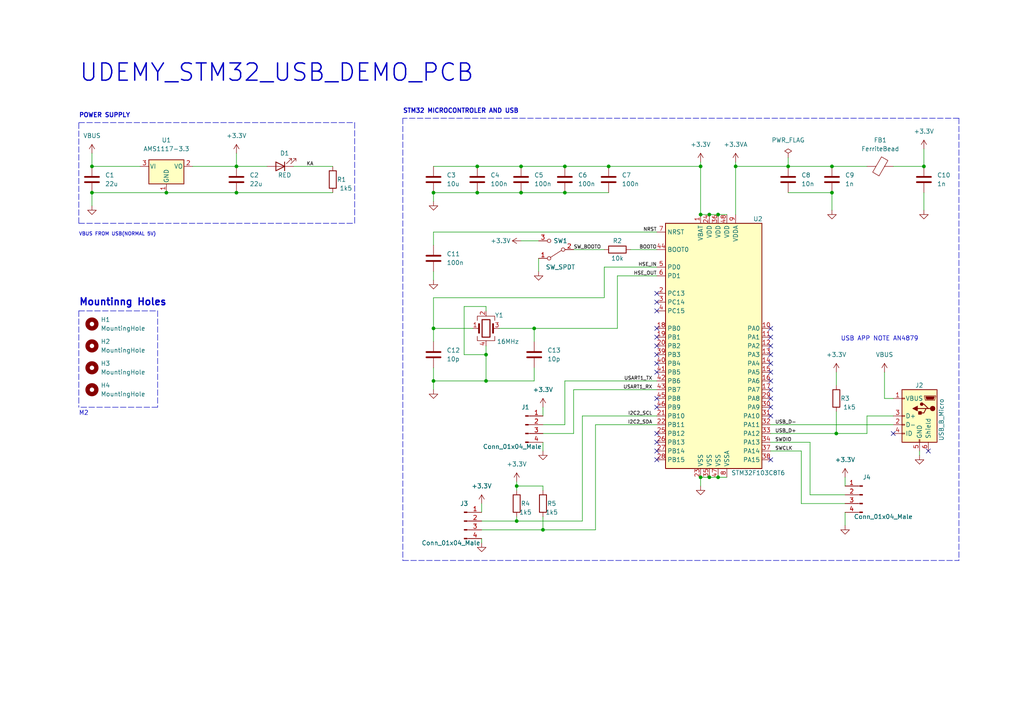
<source format=kicad_sch>
(kicad_sch (version 20211123) (generator eeschema)
  (paper "A4")
  (title_block (title "U_STM32_USB_DEMO_PCB") (date "2022-10-08") (rev "0.1") (company "UDEMY_Course"))
  (lib_symbols
    (symbol "Connector:Conn_01x04_Male" (pin_names (offset 1.016) hide)
      (property "Reference" "J" (at 0 5.08 0))
      (property "Value" "Conn_01x04_Male" (at 0 -7.62 0))
      (symbol "Conn_01x04_Male_1_1"
        (polyline (pts (xy 1.27 -5.08) (xy 0.8636 -5.08)) (stroke (width 0.1524)))
        (polyline (pts (xy 1.27 -2.54) (xy 0.8636 -2.54)) (stroke (width 0.1524)))
        (polyline (pts (xy 1.27 0) (xy 0.8636 0)) (stroke (width 0.1524)))
        (polyline (pts (xy 1.27 2.54) (xy 0.8636 2.54)) (stroke (width 0.1524)))
        (rectangle (start 0.8636 -4.953) (end 0 -5.207) (stroke (width 0.1524)) (fill (type outline)))
        (rectangle (start 0.8636 -2.413) (end 0 -2.667) (stroke (width 0.1524)) (fill (type outline)))
        (rectangle (start 0.8636 0.127) (end 0 -0.127) (stroke (width 0.1524)) (fill (type outline)))
        (rectangle (start 0.8636 2.667) (end 0 2.413) (stroke (width 0.1524)) (fill (type outline)))
        (pin passive line (at 5.08 2.54 180) (length 3.81) (name "Pin_1") (number "1"))
        (pin passive line (at 5.08 0 180) (length 3.81) (name "Pin_2") (number "2"))
        (pin passive line (at 5.08 -2.54 180) (length 3.81) (name "Pin_3") (number "3"))
        (pin passive line (at 5.08 -5.08 180) (length 3.81) (name "Pin_4") (number "4"))
      )
    )
    (symbol "Connector:USB_B_Micro" (pin_names (offset 1.016))
      (property "Reference" "J" (at -5.08 11.43 0))
      (property "Value" "USB_B_Micro" (at -5.08 8.89 0))
      (symbol "USB_B_Micro_0_1"
        (rectangle (start -5.08 -7.62) (end 5.08 7.62) (stroke (width 0.254)) (fill (type background)))
        (circle (center -3.81 2.159) (radius 0.635) (stroke (width 0.254)) (fill (type outline)))
        (circle (center -0.635 3.429) (radius 0.381) (stroke (width 0.254)) (fill (type outline)))
        (rectangle (start -0.127 -7.62) (end 0.127 -6.858))
        (polyline (pts (xy -1.905 2.159) (xy 0.635 2.159)) (stroke (width 0.254)))
        (polyline (pts (xy -3.175 2.159) (xy -2.54 2.159) (xy -1.27 3.429) (xy -0.635 3.429)) (stroke (width 0.254)))
        (polyline (pts (xy -2.54 2.159) (xy -1.905 2.159) (xy -1.27 0.889) (xy 0 0.889)) (stroke (width 0.254)))
        (polyline (pts (xy 0.635 2.794) (xy 0.635 1.524) (xy 1.905 2.159) (xy 0.635 2.794)) (stroke (width 0.254)) (fill (type outline)))
        (polyline (pts (xy -4.318 5.588) (xy -1.778 5.588) (xy -2.032 4.826) (xy -4.064 4.826) (xy -4.318 5.588)) (fill (type outline)))
        (polyline (pts (xy -4.699 5.842) (xy -4.699 5.588) (xy -4.445 4.826) (xy -4.445 4.572) (xy -1.651 4.572) (xy -1.651 4.826) (xy -1.397 5.588) (xy -1.397 5.842) (xy -4.699 5.842)))
        (rectangle (start 0.254 1.27) (end -0.508 0.508) (stroke (width 0.254)) (fill (type outline)))
        (rectangle (start 5.08 -5.207) (end 4.318 -4.953))
        (rectangle (start 5.08 -2.667) (end 4.318 -2.413))
        (rectangle (start 5.08 -0.127) (end 4.318 0.127))
        (rectangle (start 5.08 4.953) (end 4.318 5.207))
      )
      (symbol "USB_B_Micro_1_1"
        (pin power_out line (at 7.62 5.08 180) (length 2.54) (name "VBUS") (number "1"))
        (pin bidirectional line (at 7.62 -2.54 180) (length 2.54) (name "D-") (number "2"))
        (pin bidirectional line (at 7.62 0 180) (length 2.54) (name "D+") (number "3"))
        (pin passive line (at 7.62 -5.08 180) (length 2.54) (name "ID") (number "4"))
        (pin power_out line (at 0 -10.16 90) (length 2.54) (name "GND") (number "5"))
        (pin passive line (at -2.54 -10.16 90) (length 2.54) (name "Shield") (number "6"))
      )
    )
    (symbol "Device:C" (pin_numbers hide) (pin_names (offset 0.254))
      (property "Reference" "C" (at 0.635 2.54 0))
      (property "Value" "C" (at 0.635 -2.54 0))
      (symbol "C_0_1"
        (polyline (pts (xy -2.032 -0.762) (xy 2.032 -0.762)) (stroke (width 0.508)))
        (polyline (pts (xy -2.032 0.762) (xy 2.032 0.762)) (stroke (width 0.508)))
      )
      (symbol "C_1_1"
        (pin passive line (at 0 3.81 270) (length 2.794) (name "~") (number "1"))
        (pin passive line (at 0 -3.81 90) (length 2.794) (name "~") (number "2"))
      )
    )
    (symbol "Device:Crystal_GND24" (pin_names (offset 1.016) hide)
      (property "Reference" "Y" (at 3.175 5.08 0))
      (property "Value" "Crystal_GND24" (at 3.175 3.175 0))
      (symbol "Crystal_GND24_0_1"
        (rectangle (start -1.143 2.54) (end 1.143 -2.54) (stroke (width 0.3048)))
        (polyline (pts (xy -2.54 0) (xy -2.032 0)))
        (polyline (pts (xy -2.032 -1.27) (xy -2.032 1.27)) (stroke (width 0.508)))
        (polyline (pts (xy 0 -3.81) (xy 0 -3.556)))
        (polyline (pts (xy 0 3.556) (xy 0 3.81)))
        (polyline (pts (xy 2.032 -1.27) (xy 2.032 1.27)) (stroke (width 0.508)))
        (polyline (pts (xy 2.032 0) (xy 2.54 0)))
        (polyline (pts (xy -2.54 -2.286) (xy -2.54 -3.556) (xy 2.54 -3.556) (xy 2.54 -2.286)))
        (polyline (pts (xy -2.54 2.286) (xy -2.54 3.556) (xy 2.54 3.556) (xy 2.54 2.286)))
      )
      (symbol "Crystal_GND24_1_1"
        (pin passive line (at -3.81 0 0) (length 1.27) (name "1") (number "1"))
        (pin passive line (at 0 5.08 270) (length 1.27) (name "2") (number "2"))
        (pin passive line (at 3.81 0 180) (length 1.27) (name "3") (number "3"))
        (pin passive line (at 0 -5.08 90) (length 1.27) (name "4") (number "4"))
      )
    )
    (symbol "Device:FerriteBead" (pin_numbers hide) (pin_names (offset 0))
      (property "Reference" "FB" (at -3.81 0.635 90))
      (property "Value" "FerriteBead" (at 3.81 0 90))
      (symbol "FerriteBead_0_1"
        (polyline (pts (xy 0 -1.27) (xy 0 -1.2192)))
        (polyline (pts (xy 0 1.27) (xy 0 1.2954)))
        (polyline (pts (xy -2.7686 0.4064) (xy -1.7018 2.2606) (xy 2.7686 -0.3048) (xy 1.6764 -2.159) (xy -2.7686 0.4064)))
      )
      (symbol "FerriteBead_1_1"
        (pin passive line (at 0 3.81 270) (length 2.54) (name "~") (number "1"))
        (pin passive line (at 0 -3.81 90) (length 2.54) (name "~") (number "2"))
      )
    )
    (symbol "Device:LED" (pin_numbers hide) (pin_names (offset 1.016) hide)
      (property "Reference" "D" (at 0 2.54 0))
      (property "Value" "LED" (at 0 -2.54 0))
      (symbol "LED_0_1"
        (polyline (pts (xy -1.27 -1.27) (xy -1.27 1.27)) (stroke (width 0.254)))
        (polyline (pts (xy -1.27 0) (xy 1.27 0)))
        (polyline (pts (xy 1.27 -1.27) (xy 1.27 1.27) (xy -1.27 0) (xy 1.27 -1.27)) (stroke (width 0.254)))
        (polyline (pts (xy -3.048 -0.762) (xy -4.572 -2.286) (xy -3.81 -2.286) (xy -4.572 -2.286) (xy -4.572 -1.524)))
        (polyline (pts (xy -1.778 -0.762) (xy -3.302 -2.286) (xy -2.54 -2.286) (xy -3.302 -2.286) (xy -3.302 -1.524)))
      )
      (symbol "LED_1_1"
        (pin passive line (at -3.81 0 0) (length 2.54) (name "K") (number "1"))
        (pin passive line (at 3.81 0 180) (length 2.54) (name "A") (number "2"))
      )
    )
    (symbol "Device:R" (pin_numbers hide) (pin_names (offset 0))
      (property "Reference" "R" (at 2.032 0 90))
      (property "Value" "R" (at 0 0 90))
      (symbol "R_0_1"
        (rectangle (start -1.016 -2.54) (end 1.016 2.54) (stroke (width 0.254)))
      )
      (symbol "R_1_1"
        (pin passive line (at 0 3.81 270) (length 1.27) (name "~") (number "1"))
        (pin passive line (at 0 -3.81 90) (length 1.27) (name "~") (number "2"))
      )
    )
    (symbol "MCU_ST_STM32F1:STM32F103C8Tx"
      (property "Reference" "U" (at -15.24 36.83 0))
      (property "Value" "STM32F103C8Tx" (at 7.62 36.83 0))
      (symbol "STM32F103C8Tx_0_1"
        (rectangle (start -15.24 -35.56) (end 12.7 35.56) (stroke (width 0.254)) (fill (type background)))
      )
      (symbol "STM32F103C8Tx_1_1"
        (pin power_in line (at -5.08 38.1 270) (length 2.54) (name "VBAT") (number "1"))
        (pin bidirectional line (at 15.24 5.08 180) (length 2.54) (name "PA0") (number "10"))
        (pin bidirectional line (at 15.24 2.54 180) (length 2.54) (name "PA1") (number "11"))
        (pin bidirectional line (at 15.24 0 180) (length 2.54) (name "PA2") (number "12"))
        (pin bidirectional line (at 15.24 -2.54 180) (length 2.54) (name "PA3") (number "13"))
        (pin bidirectional line (at 15.24 -5.08 180) (length 2.54) (name "PA4") (number "14"))
        (pin bidirectional line (at 15.24 -7.62 180) (length 2.54) (name "PA5") (number "15"))
        (pin bidirectional line (at 15.24 -10.16 180) (length 2.54) (name "PA6") (number "16"))
        (pin bidirectional line (at 15.24 -12.7 180) (length 2.54) (name "PA7") (number "17"))
        (pin bidirectional line (at -17.78 5.08 0) (length 2.54) (name "PB0") (number "18"))
        (pin bidirectional line (at -17.78 2.54 0) (length 2.54) (name "PB1") (number "19"))
        (pin bidirectional line (at -17.78 15.24 0) (length 2.54) (name "PC13") (number "2"))
        (pin bidirectional line (at -17.78 0 0) (length 2.54) (name "PB2") (number "20"))
        (pin bidirectional line (at -17.78 -20.32 0) (length 2.54) (name "PB10") (number "21"))
        (pin bidirectional line (at -17.78 -22.86 0) (length 2.54) (name "PB11") (number "22"))
        (pin power_in line (at -5.08 -38.1 90) (length 2.54) (name "VSS") (number "23"))
        (pin power_in line (at -2.54 38.1 270) (length 2.54) (name "VDD") (number "24"))
        (pin bidirectional line (at -17.78 -25.4 0) (length 2.54) (name "PB12") (number "25"))
        (pin bidirectional line (at -17.78 -27.94 0) (length 2.54) (name "PB13") (number "26"))
        (pin bidirectional line (at -17.78 -30.48 0) (length 2.54) (name "PB14") (number "27"))
        (pin bidirectional line (at -17.78 -33.02 0) (length 2.54) (name "PB15") (number "28"))
        (pin bidirectional line (at 15.24 -15.24 180) (length 2.54) (name "PA8") (number "29"))
        (pin bidirectional line (at -17.78 12.7 0) (length 2.54) (name "PC14") (number "3"))
        (pin bidirectional line (at 15.24 -17.78 180) (length 2.54) (name "PA9") (number "30"))
        (pin bidirectional line (at 15.24 -20.32 180) (length 2.54) (name "PA10") (number "31"))
        (pin bidirectional line (at 15.24 -22.86 180) (length 2.54) (name "PA11") (number "32"))
        (pin bidirectional line (at 15.24 -25.4 180) (length 2.54) (name "PA12") (number "33"))
        (pin bidirectional line (at 15.24 -27.94 180) (length 2.54) (name "PA13") (number "34"))
        (pin power_in line (at -2.54 -38.1 90) (length 2.54) (name "VSS") (number "35"))
        (pin power_in line (at 0 38.1 270) (length 2.54) (name "VDD") (number "36"))
        (pin bidirectional line (at 15.24 -30.48 180) (length 2.54) (name "PA14") (number "37"))
        (pin bidirectional line (at 15.24 -33.02 180) (length 2.54) (name "PA15") (number "38"))
        (pin bidirectional line (at -17.78 -2.54 0) (length 2.54) (name "PB3") (number "39"))
        (pin bidirectional line (at -17.78 10.16 0) (length 2.54) (name "PC15") (number "4"))
        (pin bidirectional line (at -17.78 -5.08 0) (length 2.54) (name "PB4") (number "40"))
        (pin bidirectional line (at -17.78 -7.62 0) (length 2.54) (name "PB5") (number "41"))
        (pin bidirectional line (at -17.78 -10.16 0) (length 2.54) (name "PB6") (number "42"))
        (pin bidirectional line (at -17.78 -12.7 0) (length 2.54) (name "PB7") (number "43"))
        (pin input line (at -17.78 27.94 0) (length 2.54) (name "BOOT0") (number "44"))
        (pin bidirectional line (at -17.78 -15.24 0) (length 2.54) (name "PB8") (number "45"))
        (pin bidirectional line (at -17.78 -17.78 0) (length 2.54) (name "PB9") (number "46"))
        (pin power_in line (at 0 -38.1 90) (length 2.54) (name "VSS") (number "47"))
        (pin power_in line (at 2.54 38.1 270) (length 2.54) (name "VDD") (number "48"))
        (pin input line (at -17.78 22.86 0) (length 2.54) (name "PD0") (number "5"))
        (pin input line (at -17.78 20.32 0) (length 2.54) (name "PD1") (number "6"))
        (pin input line (at -17.78 33.02 0) (length 2.54) (name "NRST") (number "7"))
        (pin power_in line (at 2.54 -38.1 90) (length 2.54) (name "VSSA") (number "8"))
        (pin power_in line (at 5.08 38.1 270) (length 2.54) (name "VDDA") (number "9"))
      )
    )
    (symbol "Mechanical:MountingHole" (pin_names (offset 1.016))
      (property "Reference" "H" (at 0 5.08 0))
      (property "Value" "MountingHole" (at 0 3.175 0))
      (symbol "MountingHole_0_1"
        (circle (center 0 0) (radius 1.27) (stroke (width 1.27)))
      )
    )
    (symbol "Regulator_Linear:AMS1117-3.3" (pin_names (offset 0.254))
      (property "Reference" "U" (at -3.81 3.175 0))
      (property "Value" "AMS1117-3.3" (at 0 3.175 0))
      (symbol "AMS1117-3.3_0_1"
        (rectangle (start -5.08 -5.08) (end 5.08 1.905) (stroke (width 0.254)) (fill (type background)))
      )
      (symbol "AMS1117-3.3_1_1"
        (pin power_in line (at 0 -7.62 90) (length 2.54) (name "GND") (number "1"))
        (pin power_out line (at 7.62 0 180) (length 2.54) (name "VO") (number "2"))
        (pin power_in line (at -7.62 0 0) (length 2.54) (name "VI") (number "3"))
      )
    )
    (symbol "Switch:SW_SPDT" (pin_names (offset 0) hide)
      (property "Reference" "SW" (at 0 4.318 0))
      (property "Value" "SW_SPDT" (at 0 -5.08 0))
      (symbol "SW_SPDT_0_0"
        (circle (center -2.032 0) (radius 0.508))
        (circle (center 2.032 -2.54) (radius 0.508))
      )
      (symbol "SW_SPDT_0_1"
        (polyline (pts (xy -1.524 0.254) (xy 1.651 2.286)))
        (circle (center 2.032 2.54) (radius 0.508))
      )
      (symbol "SW_SPDT_1_1"
        (pin passive line (at 5.08 2.54 180) (length 2.54) (name "A") (number "1"))
        (pin passive line (at -5.08 0 0) (length 2.54) (name "B") (number "2"))
        (pin passive line (at 5.08 -2.54 180) (length 2.54) (name "C") (number "3"))
      )
    )
    (symbol "power:+3.3V" (power) (pin_names (offset 0))
      (property "Value" "+3.3V" (at 0 3.556 0))
      (symbol "+3.3V_0_1"
        (polyline (pts (xy -0.762 1.27) (xy 0 2.54)))
        (polyline (pts (xy 0 0) (xy 0 2.54)))
        (polyline (pts (xy 0 2.54) (xy 0.762 1.27)))
      )
      (symbol "+3.3V_1_1"
        (pin power_in line (at 0 0 90) (length 0) hide (name "+3.3V") (number "1"))
      )
    )
    (symbol "power:+3.3VA" (power) (pin_names (offset 0))
      (property "Value" "+3.3VA" (at 0 3.556 0))
      (symbol "+3.3VA_0_1"
        (polyline (pts (xy -0.762 1.27) (xy 0 2.54)))
        (polyline (pts (xy 0 0) (xy 0 2.54)))
        (polyline (pts (xy 0 2.54) (xy 0.762 1.27)))
      )
      (symbol "+3.3VA_1_1"
        (pin power_in line (at 0 0 90) (length 0) hide (name "+3.3VA") (number "1"))
      )
    )
    (symbol "power:GND" (power) (pin_names (offset 0))
      (property "Value" "GND" (at 0 -3.81 0))
      (symbol "GND_0_1"
        (polyline (pts (xy 0 0) (xy 0 -1.27) (xy 1.27 -1.27) (xy 0 -2.54) (xy -1.27 -1.27) (xy 0 -1.27)))
      )
      (symbol "GND_1_1"
        (pin power_in line (at 0 0 270) (length 0) hide (name "GND") (number "1"))
      )
    )
    (symbol "power:PWR_FLAG" (power) (pin_numbers hide) (pin_names (offset 0) hide)
      (property "Value" "PWR_FLAG" (at 0 3.81 0))
      (symbol "PWR_FLAG_0_0"
        (pin power_out line (at 0 0 90) (length 0) (name "pwr") (number "1"))
      )
      (symbol "PWR_FLAG_0_1"
        (polyline (pts (xy 0 0) (xy 0 1.27) (xy -1.016 1.905) (xy 0 2.54) (xy 1.016 1.905) (xy 0 1.27)))
      )
    )
    (symbol "power:VBUS" (power) (pin_names (offset 0))
      (property "Value" "VBUS" (at 0 3.81 0))
      (symbol "VBUS_0_1"
        (polyline (pts (xy -0.762 1.27) (xy 0 2.54)))
        (polyline (pts (xy 0 0) (xy 0 2.54)))
        (polyline (pts (xy 0 2.54) (xy 0.762 1.27)))
      )
      (symbol "VBUS_1_1"
        (pin power_in line (at 0 0 90) (length 0) hide (name "VBUS") (number "1"))
      )
    )
  )
  (junction (at 241.3 55.88))
  (junction (at 267.97 48.26))
  (junction (at 205.74 62.23))
  (junction (at 151.13 48.26))
  (junction (at 241.3 48.26))
  (junction (at 176.53 48.26))
  (junction (at 140.97 102.87))
  (junction (at 138.43 55.88))
  (junction (at 26.67 55.88))
  (junction (at 26.67 48.26))
  (junction (at 151.13 55.88))
  (junction (at 154.94 95.25))
  (junction (at 125.73 55.88))
  (junction (at 163.83 55.88))
  (junction (at 125.73 110.49))
  (junction (at 140.97 110.49))
  (junction (at 228.6 48.26))
  (junction (at 203.2 62.23))
  (junction (at 203.2 48.26))
  (junction (at 163.83 48.26))
  (junction (at 208.28 138.43))
  (junction (at 125.73 95.25))
  (junction (at 203.2 138.43))
  (junction (at 205.74 138.43))
  (junction (at 157.48 153.67))
  (junction (at 213.36 48.26))
  (junction (at 208.28 62.23))
  (junction (at 149.86 151.13))
  (junction (at 242.57 125.73))
  (junction (at 138.43 48.26))
  (junction (at 68.58 48.26))
  (junction (at 68.58 55.88))
  (junction (at 48.26 55.88))
  (junction (at 149.86 140.97))
  (no_connect (at 223.52 105.41))
  (no_connect (at 190.5 105.41))
  (no_connect (at 190.5 85.09))
  (no_connect (at 223.52 100.33))
  (no_connect (at 223.52 118.11))
  (no_connect (at 223.52 113.03))
  (no_connect (at 223.52 107.95))
  (no_connect (at 269.24 130.81))
  (no_connect (at 190.5 90.17))
  (no_connect (at 223.52 95.25))
  (no_connect (at 190.5 115.57))
  (no_connect (at 190.5 128.27))
  (no_connect (at 190.5 107.95))
  (no_connect (at 190.5 102.87))
  (no_connect (at 190.5 97.79))
  (no_connect (at 223.52 133.35))
  (no_connect (at 190.5 118.11))
  (no_connect (at 190.5 100.33))
  (no_connect (at 223.52 115.57))
  (no_connect (at 223.52 97.79))
  (no_connect (at 259.08 125.73))
  (no_connect (at 190.5 87.63))
  (no_connect (at 190.5 125.73))
  (no_connect (at 190.5 130.81))
  (no_connect (at 223.52 120.65))
  (no_connect (at 190.5 95.25))
  (no_connect (at 223.52 110.49))
  (no_connect (at 223.52 102.87))
  (no_connect (at 190.5 133.35))
  (wire (pts (xy 149.86 149.86) (xy 149.86 151.13)))
  (wire (pts (xy 157.48 153.67) (xy 172.72 153.67)))
  (wire (pts (xy 26.67 44.45) (xy 26.67 48.26)))
  (wire (pts (xy 232.41 146.05) (xy 245.11 146.05)))
  (polyline (pts (xy 45.72 90.17) (xy 45.72 118.11)))
  (wire (pts (xy 125.73 55.88) (xy 125.73 58.42)))
  (wire (pts (xy 175.26 86.36) (xy 125.73 86.36)))
  (wire (pts (xy 241.3 55.88) (xy 241.3 60.96)))
  (wire (pts (xy 149.86 139.7) (xy 149.86 140.97)))
  (wire (pts (xy 228.6 48.26) (xy 213.36 48.26)))
  (wire (pts (xy 213.36 46.99) (xy 213.36 48.26)))
  (wire (pts (xy 68.58 55.88) (xy 96.52 55.88)))
  (wire (pts (xy 213.36 48.26) (xy 213.36 62.23)))
  (wire (pts (xy 166.37 72.39) (xy 175.26 72.39)))
  (wire (pts (xy 139.7 146.05) (xy 139.7 148.59)))
  (polyline (pts (xy 278.13 34.29) (xy 278.13 162.56)))
  (wire (pts (xy 203.2 138.43) (xy 205.74 138.43)))
  (wire (pts (xy 241.3 48.26) (xy 251.46 48.26)))
  (wire (pts (xy 157.48 140.97) (xy 149.86 140.97)))
  (wire (pts (xy 140.97 102.87) (xy 140.97 110.49)))
  (wire (pts (xy 139.7 153.67) (xy 157.48 153.67)))
  (wire (pts (xy 125.73 78.74) (xy 125.73 81.28)))
  (wire (pts (xy 140.97 110.49) (xy 154.94 110.49)))
  (wire (pts (xy 166.37 113.03) (xy 166.37 125.73)))
  (wire (pts (xy 149.86 140.97) (xy 149.86 142.24)))
  (wire (pts (xy 137.16 95.25) (xy 125.73 95.25)))
  (polyline (pts (xy 102.87 35.56) (xy 102.87 64.77)))
  (wire (pts (xy 234.95 143.51) (xy 245.11 143.51)))
  (wire (pts (xy 144.78 95.25) (xy 154.94 95.25)))
  (wire (pts (xy 223.52 123.19) (xy 259.08 123.19)))
  (wire (pts (xy 267.97 55.88) (xy 267.97 60.96)))
  (wire (pts (xy 151.13 48.26) (xy 163.83 48.26)))
  (wire (pts (xy 190.5 110.49) (xy 163.83 110.49)))
  (polyline (pts (xy 45.72 118.11) (xy 22.86 118.11)))
  (polyline (pts (xy 22.86 90.17) (xy 45.72 90.17)))
  (wire (pts (xy 154.94 106.68) (xy 154.94 110.49)))
  (wire (pts (xy 168.91 151.13) (xy 168.91 120.65)))
  (wire (pts (xy 156.21 74.93) (xy 156.21 78.74)))
  (wire (pts (xy 125.73 106.68) (xy 125.73 110.49)))
  (wire (pts (xy 228.6 55.88) (xy 241.3 55.88)))
  (wire (pts (xy 256.54 115.57) (xy 259.08 115.57)))
  (wire (pts (xy 68.58 44.45) (xy 68.58 48.26)))
  (wire (pts (xy 251.46 120.65) (xy 259.08 120.65)))
  (wire (pts (xy 228.6 48.26) (xy 241.3 48.26)))
  (wire (pts (xy 245.11 138.43) (xy 245.11 140.97)))
  (polyline (pts (xy 116.84 162.56) (xy 278.13 162.56)))
  (wire (pts (xy 139.7 156.21) (xy 139.7 157.48)))
  (wire (pts (xy 266.7 130.81) (xy 266.7 132.08)))
  (wire (pts (xy 190.5 77.47) (xy 175.26 77.47)))
  (wire (pts (xy 242.57 119.38) (xy 242.57 125.73)))
  (wire (pts (xy 190.5 113.03) (xy 166.37 113.03)))
  (wire (pts (xy 68.58 48.26) (xy 77.47 48.26)))
  (wire (pts (xy 228.6 45.72) (xy 228.6 48.26)))
  (polyline (pts (xy 116.84 34.29) (xy 116.84 162.56)))
  (wire (pts (xy 245.11 148.59) (xy 245.11 152.4)))
  (wire (pts (xy 166.37 125.73) (xy 157.48 125.73)))
  (wire (pts (xy 267.97 43.18) (xy 267.97 48.26)))
  (wire (pts (xy 163.83 48.26) (xy 176.53 48.26)))
  (wire (pts (xy 179.07 95.25) (xy 154.94 95.25)))
  (wire (pts (xy 242.57 107.95) (xy 242.57 111.76)))
  (wire (pts (xy 157.48 149.86) (xy 157.48 153.67)))
  (wire (pts (xy 208.28 138.43) (xy 210.82 138.43)))
  (wire (pts (xy 163.83 55.88) (xy 176.53 55.88)))
  (wire (pts (xy 151.13 69.85) (xy 156.21 69.85)))
  (wire (pts (xy 26.67 55.88) (xy 26.67 59.69)))
  (wire (pts (xy 205.74 62.23) (xy 208.28 62.23)))
  (wire (pts (xy 125.73 71.12) (xy 125.73 67.31)))
  (wire (pts (xy 203.2 48.26) (xy 203.2 62.23)))
  (wire (pts (xy 125.73 110.49) (xy 140.97 110.49)))
  (wire (pts (xy 125.73 95.25) (xy 125.73 99.06)))
  (wire (pts (xy 138.43 48.26) (xy 151.13 48.26)))
  (wire (pts (xy 149.86 151.13) (xy 168.91 151.13)))
  (wire (pts (xy 157.48 128.27) (xy 157.48 130.81)))
  (wire (pts (xy 55.88 48.26) (xy 68.58 48.26)))
  (wire (pts (xy 182.88 72.39) (xy 190.5 72.39)))
  (polyline (pts (xy 278.13 34.29) (xy 116.84 34.29)))
  (wire (pts (xy 157.48 142.24) (xy 157.48 140.97)))
  (wire (pts (xy 140.97 102.87) (xy 140.97 100.33)))
  (wire (pts (xy 234.95 128.27) (xy 234.95 143.51)))
  (wire (pts (xy 205.74 138.43) (xy 208.28 138.43)))
  (polyline (pts (xy 22.86 90.17) (xy 22.86 118.11)))
  (wire (pts (xy 223.52 128.27) (xy 234.95 128.27)))
  (wire (pts (xy 168.91 120.65) (xy 190.5 120.65)))
  (wire (pts (xy 256.54 107.95) (xy 256.54 115.57)))
  (wire (pts (xy 140.97 90.17) (xy 140.97 88.9)))
  (wire (pts (xy 242.57 125.73) (xy 251.46 125.73)))
  (wire (pts (xy 151.13 55.88) (xy 163.83 55.88)))
  (wire (pts (xy 208.28 62.23) (xy 210.82 62.23)))
  (wire (pts (xy 125.73 67.31) (xy 190.5 67.31)))
  (wire (pts (xy 203.2 46.99) (xy 203.2 48.26)))
  (wire (pts (xy 251.46 125.73) (xy 251.46 120.65)))
  (wire (pts (xy 125.73 55.88) (xy 138.43 55.88)))
  (wire (pts (xy 125.73 48.26) (xy 138.43 48.26)))
  (wire (pts (xy 232.41 130.81) (xy 232.41 146.05)))
  (wire (pts (xy 85.09 48.26) (xy 96.52 48.26)))
  (wire (pts (xy 154.94 95.25) (xy 154.94 99.06)))
  (wire (pts (xy 259.08 48.26) (xy 267.97 48.26)))
  (polyline (pts (xy 22.86 64.77) (xy 22.86 35.56)))
  (wire (pts (xy 134.62 102.87) (xy 140.97 102.87)))
  (wire (pts (xy 26.67 48.26) (xy 40.64 48.26)))
  (wire (pts (xy 179.07 80.01) (xy 179.07 95.25)))
  (wire (pts (xy 140.97 88.9) (xy 134.62 88.9)))
  (wire (pts (xy 190.5 80.01) (xy 179.07 80.01)))
  (wire (pts (xy 125.73 86.36) (xy 125.73 95.25)))
  (wire (pts (xy 138.43 55.88) (xy 151.13 55.88)))
  (wire (pts (xy 175.26 77.47) (xy 175.26 86.36)))
  (wire (pts (xy 203.2 62.23) (xy 205.74 62.23)))
  (wire (pts (xy 48.26 55.88) (xy 68.58 55.88)))
  (wire (pts (xy 223.52 130.81) (xy 232.41 130.81)))
  (wire (pts (xy 163.83 123.19) (xy 157.48 123.19)))
  (polyline (pts (xy 22.86 64.77) (xy 102.87 64.77)))
  (wire (pts (xy 172.72 123.19) (xy 190.5 123.19)))
  (wire (pts (xy 203.2 138.43) (xy 203.2 140.97)))
  (wire (pts (xy 223.52 125.73) (xy 242.57 125.73)))
  (wire (pts (xy 172.72 153.67) (xy 172.72 123.19)))
  (wire (pts (xy 176.53 48.26) (xy 203.2 48.26)))
  (wire (pts (xy 26.67 55.88) (xy 48.26 55.88)))
  (wire (pts (xy 125.73 110.49) (xy 125.73 113.03)))
  (wire (pts (xy 163.83 110.49) (xy 163.83 123.19)))
  (polyline (pts (xy 22.86 35.56) (xy 102.87 35.56)))
  (wire (pts (xy 134.62 88.9) (xy 134.62 102.87)))
  (wire (pts (xy 157.48 118.11) (xy 157.48 120.65)))
  (wire (pts (xy 139.7 151.13) (xy 149.86 151.13)))
  (text "STM32 MICROCONTROLER AND USB" (at 116.84 33.02 0) (effects (font (size 1.27 1.27) bold) (justify left bottom)))
  (text "UDEMY_STM32_USB_DEMO_PCB" (at 22.86 24.13 0) (effects (font (size 5 5) (thickness 0.4) bold) (justify left bottom)))
  (text "Mountinng Holes" (at 22.86 88.9 0) (effects (font (size 2 2) (thickness 0.4) bold) (justify left bottom)))
  (text "USB APP NOTE AN4879" (at 243.84 99.06 0) (effects (font (size 1.27 1.27)) (justify left bottom)))
  (text "POWER SUPPLY" (at 22.86 34.29 0) (effects (font (size 1.27 1.27) (thickness 0.254) bold) (justify left bottom)))
  (text "M2" (at 22.86 120.65 0) (effects (font (size 1.27 1.27)) (justify left bottom)))
  (text "VBUS FROM USB(NORMAL 5V)" (at 22.86 68.58 0) (effects (font (size 1 1)) (justify left bottom)))
  (label "SWCLK" (at 224.79 130.81 0) (effects (font (size 1 1))))
  (label "KA" (at 88.9 48.26 0) (effects (font (size 1 1))))
  (label "USB_D-" (at 224.79 123.19 0) (effects (font (size 1 1))))
  (label "NRST" (at 190.5 67.31 180) (effects (font (size 1 1))))
  (label "USART1_TX" (at 189.23 110.49 180) (effects (font (size 1 1))))
  (label "I2C2_SCL" (at 189.23 120.65 180) (effects (font (size 1 1))))
  (label "SW_BOOTO" (at 166.37 72.39 0) (effects (font (size 1 1))))
  (label "HSE_OUT" (at 190.5 80.01 180) (effects (font (size 1 1))))
  (label "USART1_RX" (at 189.23 113.03 180) (effects (font (size 1 1))))
  (label "USB_D+" (at 224.79 125.73 0) (effects (font (size 1 1))))
  (label "SWDIO" (at 224.79 128.27 0) (effects (font (size 1 1))))
  (label "HSE_IN" (at 190.5 77.47 180) (effects (font (size 1 1))))
  (label "I2C2_SDA" (at 189.23 123.19 180) (effects (font (size 1 1))))
  (label "BOOTO" (at 190.5 72.39 180) (effects (font (size 1 1))))
  (symbol (lib_id "power:+3.3V") (at 242.57 107.95 0) (unit 1)
    (property "Reference" "#PWR0108" (effects hide))
    (property "Value" "+3.3V" (at 242.57 102.87 0))
  )
  (symbol (lib_id "Device:C") (at 176.53 52.07 0) (unit 1)
    (property "Reference" "C7" (at 180.34 50.7999 0) (effects (justify left)))
    (property "Value" "100n" (at 180.34 53.3399 0) (effects (justify left)))
    (property "Footprint" "Capacitor_SMD:C_0402_1005Metric" (effects hide))
  )
  (symbol (lib_id "Device:LED") (at 81.28 48.26 180) (unit 1)
    (property "Reference" "D1" (at 82.55 44.45 0))
    (property "Value" "RED" (at 82.55 50.8 0))
    (property "Footprint" "LED_SMD:LED_0603_1608Metric" (effects hide))
  )
  (symbol (lib_id "power:+3.3V") (at 68.58 44.45 0) (unit 1)
    (property "Reference" "#PWR0115" (effects hide))
    (property "Value" "+3.3V" (at 68.58 39.37 0))
  )
  (symbol (lib_id "power:GND") (at 125.73 58.42 0) (unit 1)
    (property "Reference" "#PWR0111" (effects hide))
    (property "Value" "GND" (effects hide))
  )
  (symbol (lib_id "power:VBUS") (at 26.67 44.45 0) (unit 1)
    (property "Reference" "#PWR0113" (effects hide))
    (property "Value" "VBUS" (at 26.67 39.37 0))
  )
  (symbol (lib_id "power:+3.3V") (at 157.48 118.11 0) (unit 1)
    (property "Reference" "#PWR0105" (effects hide))
    (property "Value" "+3.3V" (at 157.48 113.03 0))
  )
  (symbol (lib_id "Device:C") (at 154.94 102.87 0) (unit 1)
    (property "Reference" "C13" (at 158.75 101.5999 0) (effects (justify left)))
    (property "Value" "10p" (at 158.75 104.1399 0) (effects (justify left)))
    (property "Footprint" "Capacitor_SMD:C_0402_1005Metric" (effects hide))
  )
  (symbol (lib_id "Device:C") (at 26.67 52.07 0) (unit 1)
    (property "Reference" "C1" (at 30.48 50.7999 0) (effects (justify left)))
    (property "Value" "22u" (at 30.48 53.3399 0) (effects (justify left)))
    (property "Footprint" "Capacitor_SMD:C_0805_2012Metric" (effects hide))
  )
  (symbol (lib_id "Device:C") (at 125.73 102.87 0) (unit 1)
    (property "Reference" "C12" (at 129.54 101.5999 0) (effects (justify left)))
    (property "Value" "10p" (at 129.54 104.1399 0) (effects (justify left)))
    (property "Footprint" "Capacitor_SMD:C_0402_1005Metric" (effects hide))
  )
  (symbol (lib_id "Device:Crystal_GND24") (at 140.97 95.25 0) (unit 1)
    (property "Reference" "Y1" (at 144.78 91.44 0))
    (property "Value" "16MHz" (at 147.32 99.06 0))
    (property "Footprint" "Crystal:Crystal_SMD_3225-4Pin_3.2x2.5mm" (effects hide))
  )
  (symbol (lib_id "Mechanical:MountingHole") (at 26.67 100.33 0) (unit 1)
    (property "Reference" "H2" (at 29.21 99.0599 0) (effects (justify left)))
    (property "Value" "MountingHole" (at 29.21 101.5999 0) (effects (justify left)))
    (property "Footprint" "MountingHole:MountingHole_2.2mm_M2" (effects hide))
  )
  (symbol (lib_id "Device:R") (at 96.52 52.07 180) (unit 1)
    (property "Reference" "R1" (at 99.06 52.07 0))
    (property "Value" "1k5" (at 100.33 54.61 0))
    (property "Footprint" "Resistor_SMD:R_0402_1005Metric" (effects hide))
  )
  (symbol (lib_id "power:GND") (at 139.7 157.48 0) (unit 1)
    (property "Reference" "#PWR0116" (effects hide))
    (property "Value" "GND" (effects hide))
  )
  (symbol (lib_id "power:+3.3V") (at 149.86 139.7 0) (unit 1)
    (property "Reference" "#PWR0104" (effects hide))
    (property "Value" "+3.3V" (at 149.86 134.62 0))
  )
  (symbol (lib_id "Device:FerriteBead") (at 255.27 48.26 270) (unit 1)
    (property "Reference" "FB1" (at 255.3208 40.64 90))
    (property "Value" "FerriteBead" (at 255.3208 43.18 90))
    (property "Footprint" "Inductor_SMD:L_0603_1608Metric" (effects hide))
  )
  (symbol (lib_id "Device:C") (at 138.43 52.07 0) (unit 1)
    (property "Reference" "C4" (at 142.24 50.7999 0) (effects (justify left)))
    (property "Value" "100n" (at 142.24 53.3399 0) (effects (justify left)))
    (property "Footprint" "Capacitor_SMD:C_0402_1005Metric" (effects hide))
  )
  (symbol (lib_id "power:+3.3V") (at 139.7 146.05 0) (unit 1)
    (property "Reference" "#PWR0120" (effects hide))
    (property "Value" "+3.3V" (at 139.7 140.97 0))
  )
  (symbol (lib_id "MCU_ST_STM32F1:STM32F103C8Tx") (at 208.28 100.33 0) (unit 1)
    (property "Reference" "U2" (at 218.44 63.5 0) (effects (justify left)))
    (property "Value" "STM32F103C8T6" (at 212.09 137.16 0) (effects (justify left)))
    (property "Footprint" "Package_QFP:LQFP-48_7x7mm_P0.5mm" (effects hide))
    (property "Datasheet" "http://www.st.com/st-web-ui/static/active/en/resource/technical/document/datasheet/CD00161566.pdf" (effects hide))
  )
  (symbol (lib_id "power:VBUS") (at 256.54 107.95 0) (unit 1)
    (property "Reference" "#PWR0107" (effects hide))
    (property "Value" "VBUS" (at 256.54 102.87 0))
  )
  (symbol (lib_id "Device:R") (at 149.86 146.05 180) (unit 1)
    (property "Reference" "R4" (at 152.4 146.05 0))
    (property "Value" "1k5" (at 152.4 148.59 0))
    (property "Footprint" "Resistor_SMD:R_0402_1005Metric" (effects hide))
  )
  (symbol (lib_id "power:GND") (at 125.73 81.28 0) (unit 1)
    (property "Reference" "#PWR0109" (effects hide))
    (property "Value" "GND" (effects hide))
  )
  (symbol (lib_id "Device:C") (at 163.83 52.07 0) (unit 1)
    (property "Reference" "C6" (at 167.64 50.7999 0) (effects (justify left)))
    (property "Value" "100n" (at 167.64 53.3399 0) (effects (justify left)))
    (property "Footprint" "Capacitor_SMD:C_0402_1005Metric" (effects hide))
  )
  (symbol (lib_id "Device:C") (at 125.73 52.07 0) (unit 1)
    (property "Reference" "C3" (at 129.54 50.7999 0) (effects (justify left)))
    (property "Value" "10u" (at 129.54 53.3399 0) (effects (justify left)))
    (property "Footprint" "Capacitor_SMD:C_0603_1608Metric" (effects hide))
  )
  (symbol (lib_id "Device:C") (at 267.97 52.07 0) (unit 1)
    (property "Reference" "C10" (at 271.78 50.7999 0) (effects (justify left)))
    (property "Value" "1n" (at 271.78 53.3399 0) (effects (justify left)))
    (property "Footprint" "Capacitor_SMD:C_0402_1005Metric" (effects hide))
  )
  (symbol (lib_id "power:+3.3V") (at 267.97 43.18 0) (unit 1)
    (property "Reference" "#PWR0124" (effects hide))
    (property "Value" "+3.3V" (at 267.97 38.1 0))
  )
  (symbol (lib_id "power:PWR_FLAG") (at 228.6 45.72 0) (unit 1)
    (property "Reference" "#FLG0101" (effects hide))
    (property "Value" "PWR_FLAG" (at 228.6 40.64 0))
  )
  (symbol (lib_id "power:GND") (at 157.48 130.81 0) (unit 1)
    (property "Reference" "#PWR0106" (effects hide))
    (property "Value" "GND" (effects hide))
  )
  (symbol (lib_id "power:GND") (at 245.11 152.4 0) (unit 1)
    (property "Reference" "#PWR0117" (effects hide))
    (property "Value" "GND" (effects hide))
  )
  (symbol (lib_id "Switch:SW_SPDT") (at 161.29 72.39 180) (unit 1)
    (property "Reference" "SW1" (at 162.56 69.85 0))
    (property "Value" "SW_SPDT" (at 162.56 77.47 0))
    (property "Footprint" "Button_Switch_SMD:SW_SPDT_PCM12" (effects hide))
  )
  (symbol (lib_id "power:GND") (at 26.67 59.69 0) (unit 1)
    (property "Reference" "#PWR0114" (effects hide))
    (property "Value" "GND" (effects hide))
  )
  (symbol (lib_id "Device:R") (at 157.48 146.05 180) (unit 1)
    (property "Reference" "R5" (at 160.02 146.05 0))
    (property "Value" "1k5" (at 160.02 148.59 0))
    (property "Footprint" "Resistor_SMD:R_0402_1005Metric" (effects hide))
  )
  (symbol (lib_id "power:+3.3V") (at 151.13 69.85 90) (mirror x) (unit 1)
    (property "Reference" "#PWR0112" (effects hide))
    (property "Value" "+3.3V" (at 142.24 69.85 90) (effects (justify right)))
  )
  (symbol (lib_id "Mechanical:MountingHole") (at 26.67 113.03 0) (unit 1)
    (property "Reference" "H4" (at 29.21 111.7599 0) (effects (justify left)))
    (property "Value" "MountingHole" (at 29.21 114.2999 0) (effects (justify left)))
    (property "Footprint" "MountingHole:MountingHole_2.2mm_M2" (effects hide))
  )
  (symbol (lib_id "Connector:Conn_01x04_Male") (at 250.19 143.51 0) (mirror y) (unit 1)
    (property "Reference" "J4" (at 250.19 138.43 0) (effects (justify right)))
    (property "Value" "Conn_01x04_Male" (at 247.65 149.86 0) (effects (justify right)))
    (property "Footprint" "Connector_PinHeader_2.54mm:PinHeader_1x04_P2.54mm_Vertical" (effects hide))
  )
  (symbol (lib_id "power:+3.3VA") (at 213.36 46.99 0) (unit 1)
    (property "Reference" "#PWR0102" (effects hide))
    (property "Value" "+3.3VA" (at 213.36 41.91 0))
  )
  (symbol (lib_id "Device:R") (at 242.57 115.57 0) (mirror y) (unit 1)
    (property "Reference" "R3" (at 245.11 115.57 0))
    (property "Value" "1k5" (at 246.38 118.11 0))
    (property "Footprint" "Resistor_SMD:R_0402_1005Metric" (effects hide))
  )
  (symbol (lib_id "Device:C") (at 228.6 52.07 0) (unit 1)
    (property "Reference" "C8" (at 232.41 50.7999 0) (effects (justify left)))
    (property "Value" "10n" (at 232.41 53.3399 0) (effects (justify left)))
    (property "Footprint" "Capacitor_SMD:C_0402_1005Metric" (effects hide))
  )
  (symbol (lib_id "Device:C") (at 151.13 52.07 0) (unit 1)
    (property "Reference" "C5" (at 154.94 50.7999 0) (effects (justify left)))
    (property "Value" "100n" (at 154.94 53.3399 0) (effects (justify left)))
    (property "Footprint" "Capacitor_SMD:C_0402_1005Metric" (effects hide))
  )
  (symbol (lib_id "Regulator_Linear:AMS1117-3.3") (at 48.26 48.26 0) (unit 1)
    (property "Reference" "U1" (at 48.26 40.64 0))
    (property "Value" "AMS1117-3.3" (at 48.26 43.18 0))
    (property "Footprint" "Package_TO_SOT_SMD:SOT-223-3_TabPin2" (effects hide))
    (property "Datasheet" "http://www.advanced-monolithic.com/pdf/ds1117.pdf" (effects hide))
  )
  (symbol (lib_id "power:GND") (at 125.73 113.03 0) (unit 1)
    (property "Reference" "#PWR0119" (effects hide))
    (property "Value" "GND" (effects hide))
  )
  (symbol (lib_id "Mechanical:MountingHole") (at 26.67 93.98 0) (unit 1)
    (property "Reference" "H1" (at 29.21 92.7099 0) (effects (justify left)))
    (property "Value" "MountingHole" (at 29.21 95.2499 0) (effects (justify left)))
    (property "Footprint" "MountingHole:MountingHole_2.2mm_M2" (effects hide))
  )
  (symbol (lib_id "Device:C") (at 241.3 52.07 0) (unit 1)
    (property "Reference" "C9" (at 245.11 50.7999 0) (effects (justify left)))
    (property "Value" "1n" (at 245.11 53.3399 0) (effects (justify left)))
    (property "Footprint" "Capacitor_SMD:C_0402_1005Metric" (effects hide))
  )
  (symbol (lib_id "Device:R") (at 179.07 72.39 270) (unit 1)
    (property "Reference" "R2" (at 179.07 69.85 90))
    (property "Value" "10k" (at 179.07 74.93 90))
    (property "Footprint" "Resistor_SMD:R_0402_1005Metric" (effects hide))
  )
  (symbol (lib_id "power:+3.3V") (at 203.2 46.99 0) (unit 1)
    (property "Reference" "#PWR0121" (effects hide))
    (property "Value" "+3.3V" (at 203.2 41.91 0))
  )
  (symbol (lib_id "power:GND") (at 266.7 132.08 0) (unit 1)
    (property "Reference" "#PWR0122" (effects hide))
    (property "Value" "GND" (effects hide))
  )
  (symbol (lib_id "Device:C") (at 68.58 52.07 0) (unit 1)
    (property "Reference" "C2" (at 72.39 50.7999 0) (effects (justify left)))
    (property "Value" "22u" (at 72.39 53.3399 0) (effects (justify left)))
    (property "Footprint" "Capacitor_SMD:C_0805_2012Metric" (effects hide))
  )
  (symbol (lib_id "Connector:Conn_01x04_Male") (at 134.62 151.13 0) (unit 1)
    (property "Reference" "J3" (at 134.62 146.05 0))
    (property "Value" "Conn_01x04_Male" (at 130.81 157.48 0))
    (property "Footprint" "Connector_PinHeader_2.54mm:PinHeader_1x04_P2.54mm_Vertical" (effects hide))
  )
  (symbol (lib_id "power:GND") (at 203.2 140.97 0) (unit 1)
    (property "Reference" "#PWR0103" (effects hide))
    (property "Value" "GND" (effects hide))
  )
  (symbol (lib_id "power:GND") (at 241.3 60.96 0) (unit 1)
    (property "Reference" "#PWR0101" (effects hide))
    (property "Value" "GND" (effects hide))
  )
  (symbol (lib_id "power:GND") (at 156.21 78.74 0) (unit 1)
    (property "Reference" "#PWR0110" (effects hide))
    (property "Value" "GND" (effects hide))
  )
  (symbol (lib_id "Device:C") (at 125.73 74.93 0) (unit 1)
    (property "Reference" "C11" (at 129.54 73.6599 0) (effects (justify left)))
    (property "Value" "100n" (at 129.54 76.1999 0) (effects (justify left)))
    (property "Footprint" "Capacitor_SMD:C_0402_1005Metric" (effects hide))
  )
  (symbol (lib_id "Mechanical:MountingHole") (at 26.67 106.68 0) (unit 1)
    (property "Reference" "H3" (at 29.21 105.4099 0) (effects (justify left)))
    (property "Value" "MountingHole" (at 29.21 107.9499 0) (effects (justify left)))
    (property "Footprint" "MountingHole:MountingHole_2.2mm_M2" (effects hide))
  )
  (symbol (lib_id "power:+3.3V") (at 245.11 138.43 0) (unit 1)
    (property "Reference" "#PWR0118" (effects hide))
    (property "Value" "+3.3V" (at 245.11 133.35 0))
  )
  (symbol (lib_id "Connector:USB_B_Micro") (at 266.7 120.65 0) (mirror y) (unit 1)
    (property "Reference" "J2" (at 265.43 111.76 0) (effects (justify right)))
    (property "Value" "USB_B_Micro" (at 273.05 115.57 90) (effects (justify right)))
    (property "Footprint" "Connector_USB:USB_Micro-B_Wuerth_629105150521" (effects hide))
  )
  (symbol (lib_id "power:GND") (at 267.97 60.96 0) (unit 1)
    (property "Reference" "#PWR0123" (effects hide))
    (property "Value" "GND" (effects hide))
  )
  (symbol (lib_id "Connector:Conn_01x04_Male") (at 152.4 123.19 0) (unit 1)
    (property "Reference" "J1" (at 152.4 118.11 0))
    (property "Value" "Conn_01x04_Male" (at 148.59 129.54 0))
    (property "Footprint" "Connector_PinHeader_2.54mm:PinHeader_1x04_P2.54mm_Vertical" (effects hide))
  )
)
</source>
